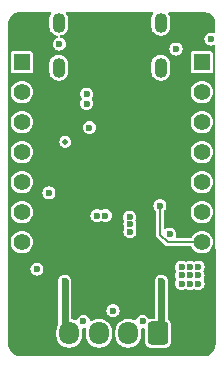
<source format=gbr>
%TF.GenerationSoftware,KiCad,Pcbnew,8.0.8*%
%TF.CreationDate,2025-03-31T18:12:56-07:00*%
%TF.ProjectId,stoplight,73746f70-6c69-4676-9874-2e6b69636164,0.1*%
%TF.SameCoordinates,Original*%
%TF.FileFunction,Copper,L2,Inr*%
%TF.FilePolarity,Positive*%
%FSLAX46Y46*%
G04 Gerber Fmt 4.6, Leading zero omitted, Abs format (unit mm)*
G04 Created by KiCad (PCBNEW 8.0.8) date 2025-03-31 18:12:56*
%MOMM*%
%LPD*%
G01*
G04 APERTURE LIST*
G04 Aperture macros list*
%AMRoundRect*
0 Rectangle with rounded corners*
0 $1 Rounding radius*
0 $2 $3 $4 $5 $6 $7 $8 $9 X,Y pos of 4 corners*
0 Add a 4 corners polygon primitive as box body*
4,1,4,$2,$3,$4,$5,$6,$7,$8,$9,$2,$3,0*
0 Add four circle primitives for the rounded corners*
1,1,$1+$1,$2,$3*
1,1,$1+$1,$4,$5*
1,1,$1+$1,$6,$7*
1,1,$1+$1,$8,$9*
0 Add four rect primitives between the rounded corners*
20,1,$1+$1,$2,$3,$4,$5,0*
20,1,$1+$1,$4,$5,$6,$7,0*
20,1,$1+$1,$6,$7,$8,$9,0*
20,1,$1+$1,$8,$9,$2,$3,0*%
G04 Aperture macros list end*
%TA.AperFunction,ComponentPad*%
%ADD10RoundRect,0.250000X0.600000X0.725000X-0.600000X0.725000X-0.600000X-0.725000X0.600000X-0.725000X0*%
%TD*%
%TA.AperFunction,ComponentPad*%
%ADD11O,1.700000X1.950000*%
%TD*%
%TA.AperFunction,ComponentPad*%
%ADD12R,1.400000X1.400000*%
%TD*%
%TA.AperFunction,ComponentPad*%
%ADD13C,1.400000*%
%TD*%
%TA.AperFunction,ComponentPad*%
%ADD14O,1.100000X1.700000*%
%TD*%
%TA.AperFunction,ViaPad*%
%ADD15C,0.600000*%
%TD*%
%TA.AperFunction,ViaPad*%
%ADD16C,0.500000*%
%TD*%
%TA.AperFunction,Conductor*%
%ADD17C,0.200000*%
%TD*%
%TA.AperFunction,Conductor*%
%ADD18C,0.600000*%
%TD*%
%TA.AperFunction,Conductor*%
%ADD19C,0.500000*%
%TD*%
G04 APERTURE END LIST*
D10*
%TO.N,/A2*%
%TO.C,J1*%
X154000000Y-94300000D03*
D11*
%TO.N,/A1*%
X151500000Y-94300000D03*
%TO.N,/B1*%
X149000000Y-94300000D03*
%TO.N,/B2*%
X146500000Y-94300000D03*
%TD*%
D12*
%TO.N,/LED*%
%TO.C,H1*%
X142484800Y-71348982D03*
D13*
%TO.N,/INDEX*%
X142484800Y-73888982D03*
%TO.N,/DIAG*%
X142484800Y-76428982D03*
%TO.N,unconnected-(H1-Pad4)*%
X142484800Y-78968982D03*
%TO.N,/SDA*%
X142484800Y-81508982D03*
%TO.N,/SCL*%
X142484800Y-84048982D03*
%TO.N,Net-(H1-Pad7)*%
X142484800Y-86588982D03*
%TD*%
D12*
%TO.N,+5V*%
%TO.C,H2*%
X157724800Y-71348982D03*
D13*
%TO.N,GND*%
X157724800Y-73888982D03*
%TO.N,+3V3*%
X157724800Y-76428982D03*
%TO.N,/1-WIRE*%
X157724800Y-78968982D03*
%TO.N,/TACH*%
X157724800Y-81508982D03*
%TO.N,/PWM*%
X157724800Y-84048982D03*
%TO.N,/UART*%
X157724800Y-86588982D03*
%TD*%
D14*
%TO.N,GND*%
%TO.C,USB1*%
X154240000Y-71810000D03*
X154240000Y-68000000D03*
X145600000Y-71810000D03*
X145600000Y-68000000D03*
%TD*%
D15*
%TO.N,+3V3*%
X157400000Y-89400000D03*
X156000000Y-89400000D03*
X144771624Y-82417200D03*
X145659800Y-69813800D03*
X156708800Y-89400000D03*
X154988869Y-85906075D03*
X156000000Y-90100000D03*
X157400000Y-88700000D03*
X156010000Y-88701200D03*
X158500000Y-69400000D03*
X156708800Y-90101200D03*
X157400000Y-90100000D03*
X156708800Y-88701200D03*
%TO.N,VM*%
X153242473Y-89904461D03*
X156800000Y-94900000D03*
X147234613Y-76040153D03*
X155946800Y-82524982D03*
X146625617Y-76040153D03*
X146907600Y-78068800D03*
X144100000Y-94600000D03*
X146294800Y-79846800D03*
X147666400Y-77800000D03*
X152760639Y-81924982D03*
X152800000Y-81150000D03*
X147100000Y-89900000D03*
X147666400Y-78450000D03*
%TO.N,/SCL*%
X147971200Y-74855603D03*
%TO.N,/INDEX*%
X148200000Y-76900000D03*
D16*
%TO.N,/DIAG*%
X146158325Y-78101838D03*
D15*
%TO.N,/SDA*%
X147971200Y-74055600D03*
%TO.N,/1-WIRE*%
X155530222Y-70241560D03*
%TO.N,/UART*%
X154168780Y-83492983D03*
X143754800Y-88874982D03*
%TO.N,/A2*%
X154300000Y-89900000D03*
%TO.N,/B2*%
X146100000Y-89900000D03*
%TO.N,GND*%
X151628800Y-85688800D03*
X150200000Y-92400000D03*
X151613725Y-84454177D03*
X152700000Y-93300000D03*
X147700000Y-93300000D03*
X148850000Y-84350000D03*
X149550000Y-84350000D03*
X151628800Y-85064982D03*
%TD*%
D17*
%TO.N,/UART*%
X154814982Y-86588982D02*
X157724800Y-86588982D01*
X154168780Y-85942780D02*
X154814982Y-86588982D01*
X154168780Y-83492983D02*
X154168780Y-85942780D01*
D18*
%TO.N,/B2*%
X146100000Y-89900000D02*
X146100000Y-93600000D01*
D19*
X146100000Y-93600000D02*
X146581982Y-94081982D01*
D18*
%TO.N,/A2*%
X154300000Y-89900000D02*
X154300000Y-93700000D01*
D19*
X154300000Y-93700000D02*
X154000000Y-94000000D01*
%TD*%
%TA.AperFunction,Conductor*%
%TO.N,VM*%
G36*
X144921076Y-67104020D02*
G01*
X144957040Y-67153520D01*
X144957040Y-67214706D01*
X144945200Y-67239115D01*
X144890609Y-67320813D01*
X144890603Y-67320825D01*
X144830263Y-67466501D01*
X144830263Y-67466503D01*
X144799500Y-67621155D01*
X144799500Y-68378844D01*
X144830263Y-68533496D01*
X144830263Y-68533498D01*
X144890603Y-68679174D01*
X144890609Y-68679185D01*
X144943312Y-68758059D01*
X144978211Y-68810289D01*
X145089711Y-68921789D01*
X145167876Y-68974017D01*
X145220814Y-69009390D01*
X145220825Y-69009396D01*
X145274638Y-69031685D01*
X145366503Y-69069737D01*
X145486283Y-69093563D01*
X145539666Y-69123459D01*
X145565282Y-69179024D01*
X145553345Y-69239033D01*
X145508416Y-69280566D01*
X145504854Y-69282124D01*
X145382175Y-69332938D01*
X145382174Y-69332939D01*
X145267181Y-69421177D01*
X145267177Y-69421181D01*
X145178939Y-69536174D01*
X145178937Y-69536178D01*
X145123470Y-69670090D01*
X145123469Y-69670091D01*
X145104550Y-69813799D01*
X145104550Y-69813800D01*
X145123469Y-69957508D01*
X145123470Y-69957509D01*
X145133053Y-69980646D01*
X145178939Y-70091425D01*
X145267179Y-70206421D01*
X145382175Y-70294661D01*
X145516091Y-70350130D01*
X145659800Y-70369050D01*
X145803509Y-70350130D01*
X145937425Y-70294661D01*
X146006629Y-70241559D01*
X154974972Y-70241559D01*
X154974972Y-70241560D01*
X154993891Y-70385268D01*
X154993892Y-70385269D01*
X155028317Y-70468381D01*
X155049361Y-70519185D01*
X155137601Y-70634181D01*
X155252597Y-70722421D01*
X155386513Y-70777890D01*
X155530222Y-70796810D01*
X155673931Y-70777890D01*
X155807847Y-70722421D01*
X155922843Y-70634181D01*
X155930418Y-70624309D01*
X156774300Y-70624309D01*
X156774300Y-72073654D01*
X156774301Y-72073666D01*
X156788833Y-72146718D01*
X156788835Y-72146724D01*
X156844197Y-72229581D01*
X156844199Y-72229583D01*
X156927060Y-72284948D01*
X156982608Y-72295997D01*
X157000115Y-72299480D01*
X157000120Y-72299480D01*
X157000126Y-72299482D01*
X157000127Y-72299482D01*
X158449473Y-72299482D01*
X158449474Y-72299482D01*
X158522540Y-72284948D01*
X158605401Y-72229583D01*
X158660766Y-72146722D01*
X158675300Y-72073656D01*
X158675300Y-70624308D01*
X158660766Y-70551242D01*
X158605401Y-70468381D01*
X158605399Y-70468379D01*
X158522542Y-70413017D01*
X158522540Y-70413016D01*
X158522537Y-70413015D01*
X158522536Y-70413015D01*
X158449484Y-70398483D01*
X158449474Y-70398482D01*
X157000126Y-70398482D01*
X157000125Y-70398482D01*
X157000115Y-70398483D01*
X156927063Y-70413015D01*
X156927057Y-70413017D01*
X156844200Y-70468379D01*
X156844197Y-70468382D01*
X156788835Y-70551239D01*
X156788833Y-70551245D01*
X156774301Y-70624297D01*
X156774300Y-70624309D01*
X155930418Y-70624309D01*
X156011083Y-70519185D01*
X156066552Y-70385269D01*
X156085472Y-70241560D01*
X156066552Y-70097851D01*
X156011083Y-69963935D01*
X155922843Y-69848939D01*
X155807847Y-69760699D01*
X155807843Y-69760697D01*
X155673931Y-69705230D01*
X155673930Y-69705229D01*
X155530222Y-69686310D01*
X155386513Y-69705229D01*
X155386512Y-69705230D01*
X155252600Y-69760697D01*
X155252596Y-69760699D01*
X155137603Y-69848937D01*
X155137599Y-69848941D01*
X155049361Y-69963934D01*
X155049359Y-69963938D01*
X154993892Y-70097850D01*
X154993891Y-70097851D01*
X154974972Y-70241559D01*
X146006629Y-70241559D01*
X146052421Y-70206421D01*
X146140661Y-70091425D01*
X146196130Y-69957509D01*
X146215050Y-69813800D01*
X146196130Y-69670091D01*
X146140661Y-69536175D01*
X146052421Y-69421179D01*
X145937425Y-69332939D01*
X145937423Y-69332938D01*
X145937421Y-69332937D01*
X145803509Y-69277470D01*
X145803510Y-69277470D01*
X145787636Y-69275380D01*
X145732412Y-69249036D01*
X145703219Y-69195265D01*
X145711208Y-69134603D01*
X145753327Y-69090222D01*
X145781243Y-69080130D01*
X145833497Y-69069737D01*
X145979179Y-69009394D01*
X146110289Y-68921789D01*
X146221789Y-68810289D01*
X146309394Y-68679179D01*
X146369737Y-68533497D01*
X146400500Y-68378842D01*
X146400500Y-67621158D01*
X146369737Y-67466503D01*
X146349622Y-67417942D01*
X146309396Y-67320825D01*
X146309390Y-67320813D01*
X146254800Y-67239115D01*
X146238191Y-67180227D01*
X146259368Y-67122823D01*
X146310242Y-67088830D01*
X146337115Y-67085113D01*
X153502885Y-67085113D01*
X153561076Y-67104020D01*
X153597040Y-67153520D01*
X153597040Y-67214706D01*
X153585200Y-67239115D01*
X153530609Y-67320813D01*
X153530603Y-67320825D01*
X153470263Y-67466501D01*
X153470263Y-67466503D01*
X153439500Y-67621155D01*
X153439500Y-68378844D01*
X153470263Y-68533496D01*
X153470263Y-68533498D01*
X153530603Y-68679174D01*
X153530609Y-68679185D01*
X153583312Y-68758059D01*
X153618211Y-68810289D01*
X153729711Y-68921789D01*
X153807876Y-68974017D01*
X153860814Y-69009390D01*
X153860825Y-69009396D01*
X153914638Y-69031685D01*
X154006503Y-69069737D01*
X154161158Y-69100500D01*
X154161159Y-69100500D01*
X154318841Y-69100500D01*
X154318842Y-69100500D01*
X154473497Y-69069737D01*
X154619179Y-69009394D01*
X154750289Y-68921789D01*
X154861789Y-68810289D01*
X154949394Y-68679179D01*
X155009737Y-68533497D01*
X155040500Y-68378842D01*
X155040500Y-67621158D01*
X155009737Y-67466503D01*
X154989622Y-67417942D01*
X154949396Y-67320825D01*
X154949390Y-67320813D01*
X154894800Y-67239115D01*
X154878191Y-67180227D01*
X154899368Y-67122823D01*
X154950242Y-67088830D01*
X154977115Y-67085113D01*
X157785908Y-67085113D01*
X157847481Y-67085113D01*
X157856109Y-67085490D01*
X158020903Y-67099907D01*
X158037883Y-67102900D01*
X158193496Y-67144597D01*
X158209702Y-67150496D01*
X158355699Y-67218577D01*
X158370637Y-67227201D01*
X158370715Y-67227256D01*
X158502592Y-67319597D01*
X158515812Y-67330690D01*
X158629715Y-67444594D01*
X158640807Y-67457813D01*
X158733199Y-67589764D01*
X158741828Y-67604709D01*
X158809906Y-67750704D01*
X158815808Y-67766921D01*
X158857497Y-67922516D01*
X158860493Y-67939510D01*
X158874922Y-68104448D01*
X158875299Y-68113076D01*
X158875299Y-68180673D01*
X158875313Y-68180896D01*
X158875436Y-68811471D01*
X158856540Y-68869665D01*
X158807047Y-68905639D01*
X158745862Y-68905651D01*
X158738551Y-68902954D01*
X158643709Y-68863670D01*
X158643708Y-68863669D01*
X158500000Y-68844750D01*
X158356291Y-68863669D01*
X158356290Y-68863670D01*
X158222378Y-68919137D01*
X158222374Y-68919139D01*
X158107381Y-69007377D01*
X158107377Y-69007381D01*
X158019139Y-69122374D01*
X158019137Y-69122378D01*
X157963670Y-69256290D01*
X157963669Y-69256291D01*
X157944750Y-69399999D01*
X157944750Y-69400000D01*
X157963669Y-69543708D01*
X157963670Y-69543709D01*
X158019139Y-69677625D01*
X158107379Y-69792621D01*
X158222375Y-69880861D01*
X158356291Y-69936330D01*
X158500000Y-69955250D01*
X158643709Y-69936330D01*
X158738782Y-69896949D01*
X158799776Y-69892149D01*
X158851945Y-69924119D01*
X158875360Y-69980646D01*
X158875665Y-69988395D01*
X158876421Y-73869097D01*
X158870561Y-73887142D01*
X158876429Y-73908749D01*
X158876917Y-76414131D01*
X158872542Y-76427603D01*
X158876923Y-76443735D01*
X158877413Y-78959165D01*
X158874522Y-78968066D01*
X158877416Y-78978721D01*
X158880580Y-95218063D01*
X158880203Y-95226708D01*
X158865711Y-95392395D01*
X158862715Y-95409391D01*
X158820785Y-95565883D01*
X158814883Y-95582099D01*
X158746418Y-95728928D01*
X158737790Y-95743873D01*
X158644867Y-95876584D01*
X158633774Y-95889804D01*
X158519221Y-96004360D01*
X158506002Y-96015453D01*
X158373289Y-96108381D01*
X158358344Y-96117009D01*
X158211521Y-96185475D01*
X158195304Y-96191378D01*
X158038810Y-96233311D01*
X158021816Y-96236307D01*
X157856463Y-96250774D01*
X157847834Y-96251151D01*
X142456439Y-96251151D01*
X142430818Y-96247778D01*
X142423694Y-96245869D01*
X142423692Y-96245869D01*
X142362119Y-96245869D01*
X142353491Y-96245492D01*
X142248506Y-96236307D01*
X142188705Y-96231075D01*
X142171711Y-96228079D01*
X142016113Y-96186386D01*
X141999896Y-96180483D01*
X141853907Y-96112406D01*
X141838965Y-96103780D01*
X141707008Y-96011380D01*
X141693796Y-96000293D01*
X141579890Y-95886384D01*
X141568802Y-95873169D01*
X141476410Y-95741214D01*
X141467782Y-95726270D01*
X141399708Y-95580281D01*
X141393806Y-95564064D01*
X141383473Y-95525498D01*
X141352117Y-95408467D01*
X141349122Y-95391475D01*
X141334677Y-95226327D01*
X141334300Y-95217698D01*
X141334302Y-95156487D01*
X141334300Y-95156482D01*
X141334301Y-95150435D01*
X141334300Y-95150401D01*
X141334300Y-94088385D01*
X145399500Y-94088385D01*
X145399500Y-94511614D01*
X145426597Y-94682702D01*
X145426598Y-94682706D01*
X145480123Y-94847438D01*
X145480125Y-94847441D01*
X145480126Y-94847444D01*
X145480127Y-94847445D01*
X145558768Y-95001788D01*
X145660586Y-95141928D01*
X145783072Y-95264414D01*
X145923212Y-95366232D01*
X146077555Y-95444873D01*
X146077557Y-95444873D01*
X146077558Y-95444874D01*
X146077561Y-95444876D01*
X146242293Y-95498401D01*
X146242297Y-95498402D01*
X146413386Y-95525500D01*
X146413389Y-95525500D01*
X146586614Y-95525500D01*
X146757702Y-95498402D01*
X146757706Y-95498401D01*
X146922438Y-95444876D01*
X146922440Y-95444874D01*
X146922445Y-95444873D01*
X147076788Y-95366232D01*
X147216928Y-95264414D01*
X147339414Y-95141928D01*
X147441232Y-95001788D01*
X147519873Y-94847445D01*
X147519874Y-94847440D01*
X147519876Y-94847438D01*
X147573401Y-94682706D01*
X147573402Y-94682702D01*
X147600500Y-94511614D01*
X147600500Y-94088385D01*
X147581409Y-93967851D01*
X147590980Y-93907419D01*
X147634245Y-93864154D01*
X147692112Y-93854211D01*
X147700000Y-93855250D01*
X147810018Y-93840765D01*
X147870177Y-93851915D01*
X147912295Y-93896297D01*
X147920720Y-93954405D01*
X147899500Y-94088385D01*
X147899500Y-94511614D01*
X147926597Y-94682702D01*
X147926598Y-94682706D01*
X147980123Y-94847438D01*
X147980125Y-94847441D01*
X147980126Y-94847444D01*
X147980127Y-94847445D01*
X148058768Y-95001788D01*
X148160586Y-95141928D01*
X148283072Y-95264414D01*
X148423212Y-95366232D01*
X148577555Y-95444873D01*
X148577557Y-95444873D01*
X148577558Y-95444874D01*
X148577561Y-95444876D01*
X148742293Y-95498401D01*
X148742297Y-95498402D01*
X148913386Y-95525500D01*
X148913389Y-95525500D01*
X149086614Y-95525500D01*
X149257702Y-95498402D01*
X149257706Y-95498401D01*
X149422438Y-95444876D01*
X149422440Y-95444874D01*
X149422445Y-95444873D01*
X149576788Y-95366232D01*
X149716928Y-95264414D01*
X149839414Y-95141928D01*
X149941232Y-95001788D01*
X150019873Y-94847445D01*
X150019874Y-94847440D01*
X150019876Y-94847438D01*
X150073401Y-94682706D01*
X150073402Y-94682702D01*
X150100500Y-94511614D01*
X150100500Y-94088385D01*
X150399500Y-94088385D01*
X150399500Y-94511614D01*
X150426597Y-94682702D01*
X150426598Y-94682706D01*
X150480123Y-94847438D01*
X150480125Y-94847441D01*
X150480126Y-94847444D01*
X150480127Y-94847445D01*
X150558768Y-95001788D01*
X150660586Y-95141928D01*
X150783072Y-95264414D01*
X150923212Y-95366232D01*
X151077555Y-95444873D01*
X151077557Y-95444873D01*
X151077558Y-95444874D01*
X151077561Y-95444876D01*
X151242293Y-95498401D01*
X151242297Y-95498402D01*
X151413386Y-95525500D01*
X151413389Y-95525500D01*
X151586614Y-95525500D01*
X151757702Y-95498402D01*
X151757706Y-95498401D01*
X151922438Y-95444876D01*
X151922440Y-95444874D01*
X151922445Y-95444873D01*
X152076788Y-95366232D01*
X152216928Y-95264414D01*
X152339414Y-95141928D01*
X152441232Y-95001788D01*
X152519873Y-94847445D01*
X152519874Y-94847440D01*
X152519876Y-94847438D01*
X152573401Y-94682706D01*
X152573402Y-94682702D01*
X152600500Y-94511614D01*
X152600500Y-94088385D01*
X152581409Y-93967851D01*
X152590980Y-93907419D01*
X152634245Y-93864154D01*
X152692112Y-93854211D01*
X152700000Y-93855250D01*
X152787580Y-93843719D01*
X152847738Y-93854869D01*
X152889855Y-93899250D01*
X152899500Y-93941872D01*
X152899500Y-95072866D01*
X152899501Y-95072870D01*
X152905908Y-95132480D01*
X152905909Y-95132485D01*
X152956202Y-95267329D01*
X153030241Y-95366232D01*
X153042454Y-95382546D01*
X153042457Y-95382548D01*
X153042458Y-95382549D01*
X153157670Y-95468797D01*
X153292511Y-95519089D01*
X153292512Y-95519089D01*
X153292517Y-95519091D01*
X153352127Y-95525500D01*
X154647872Y-95525499D01*
X154707483Y-95519091D01*
X154774907Y-95493943D01*
X154842329Y-95468797D01*
X154842329Y-95468796D01*
X154842331Y-95468796D01*
X154957546Y-95382546D01*
X155043796Y-95267331D01*
X155058948Y-95226708D01*
X155085141Y-95156479D01*
X155094091Y-95132483D01*
X155100500Y-95072873D01*
X155100499Y-93527128D01*
X155094091Y-93467517D01*
X155090568Y-93458072D01*
X155043797Y-93332670D01*
X154957549Y-93217458D01*
X154957548Y-93217457D01*
X154957546Y-93217454D01*
X154890170Y-93167016D01*
X154854918Y-93117007D01*
X154850500Y-93087763D01*
X154850500Y-89942567D01*
X154851347Y-89929644D01*
X154855250Y-89899999D01*
X154851347Y-89870353D01*
X154850500Y-89857431D01*
X154850500Y-89827525D01*
X154845876Y-89810270D01*
X154842755Y-89798623D01*
X154840231Y-89785929D01*
X154836330Y-89756291D01*
X154836329Y-89756288D01*
X154824887Y-89728666D01*
X154820725Y-89716408D01*
X154812984Y-89687515D01*
X154812983Y-89687513D01*
X154812982Y-89687510D01*
X154798035Y-89661623D01*
X154792306Y-89650007D01*
X154780861Y-89622375D01*
X154762650Y-89598641D01*
X154755464Y-89587888D01*
X154740509Y-89561985D01*
X154740507Y-89561983D01*
X154719359Y-89540834D01*
X154710822Y-89531099D01*
X154692620Y-89507378D01*
X154668895Y-89489173D01*
X154659159Y-89480635D01*
X154638015Y-89459491D01*
X154612114Y-89444536D01*
X154601350Y-89437343D01*
X154577626Y-89419139D01*
X154549994Y-89407693D01*
X154538385Y-89401968D01*
X154534974Y-89399999D01*
X155444750Y-89399999D01*
X155444750Y-89400000D01*
X155463669Y-89543708D01*
X155463670Y-89543709D01*
X155496253Y-89622374D01*
X155519139Y-89677625D01*
X155519141Y-89677627D01*
X155528431Y-89689735D01*
X155548853Y-89747412D01*
X155531473Y-89806077D01*
X155528431Y-89810265D01*
X155519139Y-89822375D01*
X155519137Y-89822378D01*
X155463670Y-89956290D01*
X155463669Y-89956291D01*
X155444750Y-90099999D01*
X155444750Y-90100000D01*
X155463669Y-90243708D01*
X155463670Y-90243709D01*
X155519139Y-90377625D01*
X155607379Y-90492621D01*
X155722375Y-90580861D01*
X155856291Y-90636330D01*
X156000000Y-90655250D01*
X156143709Y-90636330D01*
X156277625Y-90580861D01*
X156293350Y-90568794D01*
X156351025Y-90548370D01*
X156409691Y-90565747D01*
X156413886Y-90568795D01*
X156431169Y-90582057D01*
X156431171Y-90582058D01*
X156431175Y-90582061D01*
X156565091Y-90637530D01*
X156708800Y-90656450D01*
X156852509Y-90637530D01*
X156986425Y-90582061D01*
X156994910Y-90575549D01*
X157052582Y-90555122D01*
X157111249Y-90572495D01*
X157115444Y-90575542D01*
X157122375Y-90580861D01*
X157256291Y-90636330D01*
X157400000Y-90655250D01*
X157543709Y-90636330D01*
X157677625Y-90580861D01*
X157792621Y-90492621D01*
X157880861Y-90377625D01*
X157936330Y-90243709D01*
X157955250Y-90100000D01*
X157936330Y-89956291D01*
X157880861Y-89822375D01*
X157871571Y-89810269D01*
X157851146Y-89752594D01*
X157868522Y-89693928D01*
X157871565Y-89689739D01*
X157880861Y-89677625D01*
X157936330Y-89543709D01*
X157955250Y-89400000D01*
X157953540Y-89387015D01*
X157936330Y-89256291D01*
X157880861Y-89122375D01*
X157871571Y-89110269D01*
X157851146Y-89052594D01*
X157868522Y-88993928D01*
X157871572Y-88989730D01*
X157880859Y-88977627D01*
X157880861Y-88977625D01*
X157936330Y-88843709D01*
X157955250Y-88700000D01*
X157936330Y-88556291D01*
X157880861Y-88422375D01*
X157792621Y-88307379D01*
X157677625Y-88219139D01*
X157677621Y-88219137D01*
X157543709Y-88163670D01*
X157543708Y-88163669D01*
X157400000Y-88144750D01*
X157256291Y-88163669D01*
X157256290Y-88163670D01*
X157122378Y-88219137D01*
X157122370Y-88219141D01*
X157113882Y-88225655D01*
X157056206Y-88246077D01*
X156997541Y-88228697D01*
X156993354Y-88225655D01*
X156986429Y-88220341D01*
X156986421Y-88220337D01*
X156852509Y-88164870D01*
X156852508Y-88164869D01*
X156708800Y-88145950D01*
X156565091Y-88164869D01*
X156565090Y-88164870D01*
X156431178Y-88220337D01*
X156431174Y-88220339D01*
X156419666Y-88229170D01*
X156361989Y-88249593D01*
X156303324Y-88232214D01*
X156299134Y-88229170D01*
X156287625Y-88220339D01*
X156287621Y-88220337D01*
X156153709Y-88164870D01*
X156153708Y-88164869D01*
X156010000Y-88145950D01*
X155866291Y-88164869D01*
X155866290Y-88164870D01*
X155732378Y-88220337D01*
X155732374Y-88220339D01*
X155617381Y-88308577D01*
X155617377Y-88308581D01*
X155529139Y-88423574D01*
X155529137Y-88423578D01*
X155473670Y-88557490D01*
X155473669Y-88557491D01*
X155454750Y-88701199D01*
X155454750Y-88701200D01*
X155473669Y-88844908D01*
X155473670Y-88844909D01*
X155529137Y-88978821D01*
X155529139Y-88978825D01*
X155532969Y-88983816D01*
X155553393Y-89041492D01*
X155536016Y-89100158D01*
X155532970Y-89104350D01*
X155519139Y-89122374D01*
X155519137Y-89122378D01*
X155463670Y-89256290D01*
X155463669Y-89256291D01*
X155444750Y-89399999D01*
X154534974Y-89399999D01*
X154512487Y-89387017D01*
X154512486Y-89387016D01*
X154512485Y-89387016D01*
X154483586Y-89379272D01*
X154471335Y-89375113D01*
X154443709Y-89363670D01*
X154443707Y-89363669D01*
X154443705Y-89363669D01*
X154414064Y-89359767D01*
X154401365Y-89357241D01*
X154396144Y-89355842D01*
X154372475Y-89349500D01*
X154372474Y-89349500D01*
X154342568Y-89349500D01*
X154329646Y-89348653D01*
X154300000Y-89344750D01*
X154270354Y-89348653D01*
X154257432Y-89349500D01*
X154227525Y-89349500D01*
X154220815Y-89351297D01*
X154198631Y-89357241D01*
X154185938Y-89359766D01*
X154156290Y-89363670D01*
X154156284Y-89363672D01*
X154128656Y-89375115D01*
X154116398Y-89379276D01*
X154087517Y-89387015D01*
X154087512Y-89387017D01*
X154061622Y-89401964D01*
X154050014Y-89407689D01*
X154022374Y-89419138D01*
X153998641Y-89437348D01*
X153987885Y-89444535D01*
X153961985Y-89459490D01*
X153940840Y-89480635D01*
X153931108Y-89489170D01*
X153907382Y-89507376D01*
X153907376Y-89507382D01*
X153889170Y-89531108D01*
X153880635Y-89540840D01*
X153859490Y-89561985D01*
X153844535Y-89587885D01*
X153837348Y-89598641D01*
X153819138Y-89622374D01*
X153807689Y-89650014D01*
X153801964Y-89661622D01*
X153787017Y-89687512D01*
X153787015Y-89687517D01*
X153779276Y-89716398D01*
X153775115Y-89728656D01*
X153763672Y-89756284D01*
X153763670Y-89756290D01*
X153759766Y-89785938D01*
X153757241Y-89798631D01*
X153749501Y-89827521D01*
X153749500Y-89827525D01*
X153749500Y-89857431D01*
X153748653Y-89870353D01*
X153744750Y-89899999D01*
X153748653Y-89929644D01*
X153749500Y-89942567D01*
X153749500Y-92975500D01*
X153730593Y-93033691D01*
X153681093Y-93069655D01*
X153650500Y-93074500D01*
X153352133Y-93074500D01*
X153352129Y-93074500D01*
X153352128Y-93074501D01*
X153292517Y-93080909D01*
X153286359Y-93081571D01*
X153286150Y-93079633D01*
X153233888Y-93075320D01*
X153187514Y-93035406D01*
X153181237Y-93023027D01*
X153180860Y-93022374D01*
X153144892Y-92975500D01*
X153092621Y-92907379D01*
X152977625Y-92819139D01*
X152977621Y-92819137D01*
X152843709Y-92763670D01*
X152843708Y-92763669D01*
X152700000Y-92744750D01*
X152556291Y-92763669D01*
X152556290Y-92763670D01*
X152422378Y-92819137D01*
X152422374Y-92819139D01*
X152307381Y-92907377D01*
X152307377Y-92907381D01*
X152219139Y-93022374D01*
X152219137Y-93022378D01*
X152163014Y-93157874D01*
X152123278Y-93204400D01*
X152063783Y-93218684D01*
X152026606Y-93208199D01*
X151922445Y-93155127D01*
X151922444Y-93155126D01*
X151922441Y-93155125D01*
X151922438Y-93155123D01*
X151757706Y-93101598D01*
X151757702Y-93101597D01*
X151586614Y-93074500D01*
X151586611Y-93074500D01*
X151413389Y-93074500D01*
X151413386Y-93074500D01*
X151242297Y-93101597D01*
X151242293Y-93101598D01*
X151077561Y-93155123D01*
X151077558Y-93155125D01*
X150923214Y-93233766D01*
X150783073Y-93335585D01*
X150660585Y-93458073D01*
X150558766Y-93598214D01*
X150480125Y-93752558D01*
X150480123Y-93752561D01*
X150426598Y-93917293D01*
X150426597Y-93917297D01*
X150399500Y-94088385D01*
X150100500Y-94088385D01*
X150073402Y-93917297D01*
X150073401Y-93917293D01*
X150019876Y-93752561D01*
X150019874Y-93752558D01*
X150019873Y-93752557D01*
X150019873Y-93752555D01*
X149941232Y-93598212D01*
X149839414Y-93458072D01*
X149716928Y-93335586D01*
X149576788Y-93233768D01*
X149576787Y-93233767D01*
X149576785Y-93233766D01*
X149424729Y-93156291D01*
X149422445Y-93155127D01*
X149422444Y-93155126D01*
X149422441Y-93155125D01*
X149422438Y-93155123D01*
X149257706Y-93101598D01*
X149257702Y-93101597D01*
X149086614Y-93074500D01*
X149086611Y-93074500D01*
X148913389Y-93074500D01*
X148913386Y-93074500D01*
X148742297Y-93101597D01*
X148742293Y-93101598D01*
X148577561Y-93155123D01*
X148577558Y-93155125D01*
X148423212Y-93233767D01*
X148423208Y-93233769D01*
X148396577Y-93253119D01*
X148338387Y-93272026D01*
X148280196Y-93253118D01*
X148244232Y-93203618D01*
X148240234Y-93185947D01*
X148236330Y-93156292D01*
X148236330Y-93156291D01*
X148180861Y-93022375D01*
X148092621Y-92907379D01*
X147977625Y-92819139D01*
X147977621Y-92819137D01*
X147843709Y-92763670D01*
X147843708Y-92763669D01*
X147700000Y-92744750D01*
X147556291Y-92763669D01*
X147556290Y-92763670D01*
X147422378Y-92819137D01*
X147422374Y-92819139D01*
X147307381Y-92907377D01*
X147307377Y-92907381D01*
X147219139Y-93022374D01*
X147219137Y-93022378D01*
X147163014Y-93157874D01*
X147123278Y-93204400D01*
X147063783Y-93218684D01*
X147026606Y-93208199D01*
X146922445Y-93155127D01*
X146922444Y-93155126D01*
X146922441Y-93155125D01*
X146922438Y-93155123D01*
X146757705Y-93101598D01*
X146734011Y-93097845D01*
X146679495Y-93070066D01*
X146651718Y-93015549D01*
X146650500Y-93000064D01*
X146650500Y-92399999D01*
X149644750Y-92399999D01*
X149644750Y-92400000D01*
X149663669Y-92543708D01*
X149663670Y-92543709D01*
X149719139Y-92677625D01*
X149807379Y-92792621D01*
X149922375Y-92880861D01*
X150056291Y-92936330D01*
X150200000Y-92955250D01*
X150343709Y-92936330D01*
X150477625Y-92880861D01*
X150592621Y-92792621D01*
X150680861Y-92677625D01*
X150736330Y-92543709D01*
X150755250Y-92400000D01*
X150736330Y-92256291D01*
X150680861Y-92122375D01*
X150592621Y-92007379D01*
X150477625Y-91919139D01*
X150477621Y-91919137D01*
X150343709Y-91863670D01*
X150343708Y-91863669D01*
X150200000Y-91844750D01*
X150056291Y-91863669D01*
X150056290Y-91863670D01*
X149922378Y-91919137D01*
X149922374Y-91919139D01*
X149807381Y-92007377D01*
X149807377Y-92007381D01*
X149719139Y-92122374D01*
X149719137Y-92122378D01*
X149663670Y-92256290D01*
X149663669Y-92256291D01*
X149644750Y-92399999D01*
X146650500Y-92399999D01*
X146650500Y-89942567D01*
X146651347Y-89929644D01*
X146655250Y-89899999D01*
X146651347Y-89870353D01*
X146650500Y-89857431D01*
X146650500Y-89827525D01*
X146645876Y-89810270D01*
X146642755Y-89798623D01*
X146640231Y-89785929D01*
X146636330Y-89756291D01*
X146636329Y-89756288D01*
X146624887Y-89728666D01*
X146620725Y-89716408D01*
X146612984Y-89687515D01*
X146612983Y-89687513D01*
X146612982Y-89687510D01*
X146598035Y-89661623D01*
X146592306Y-89650007D01*
X146580861Y-89622375D01*
X146562650Y-89598641D01*
X146555464Y-89587888D01*
X146540509Y-89561985D01*
X146540507Y-89561983D01*
X146519359Y-89540834D01*
X146510822Y-89531099D01*
X146492620Y-89507378D01*
X146468895Y-89489173D01*
X146459159Y-89480635D01*
X146438015Y-89459491D01*
X146412114Y-89444536D01*
X146401350Y-89437343D01*
X146377626Y-89419139D01*
X146349994Y-89407693D01*
X146338385Y-89401968D01*
X146312487Y-89387017D01*
X146312486Y-89387016D01*
X146312485Y-89387016D01*
X146283586Y-89379272D01*
X146271335Y-89375113D01*
X146243709Y-89363670D01*
X146243707Y-89363669D01*
X146243705Y-89363669D01*
X146214064Y-89359767D01*
X146201365Y-89357241D01*
X146196144Y-89355842D01*
X146172475Y-89349500D01*
X146172474Y-89349500D01*
X146142568Y-89349500D01*
X146129646Y-89348653D01*
X146100000Y-89344750D01*
X146070354Y-89348653D01*
X146057432Y-89349500D01*
X146027525Y-89349500D01*
X146020815Y-89351297D01*
X145998631Y-89357241D01*
X145985938Y-89359766D01*
X145956290Y-89363670D01*
X145956284Y-89363672D01*
X145928656Y-89375115D01*
X145916398Y-89379276D01*
X145887517Y-89387015D01*
X145887512Y-89387017D01*
X145861622Y-89401964D01*
X145850014Y-89407689D01*
X145822374Y-89419138D01*
X145798641Y-89437348D01*
X145787885Y-89444535D01*
X145761985Y-89459490D01*
X145740840Y-89480635D01*
X145731108Y-89489170D01*
X145707382Y-89507376D01*
X145707376Y-89507382D01*
X145689170Y-89531108D01*
X145680635Y-89540840D01*
X145659490Y-89561985D01*
X145644535Y-89587885D01*
X145637348Y-89598641D01*
X145619138Y-89622374D01*
X145607689Y-89650014D01*
X145601964Y-89661622D01*
X145587017Y-89687512D01*
X145587015Y-89687517D01*
X145579276Y-89716398D01*
X145575115Y-89728656D01*
X145563672Y-89756284D01*
X145563670Y-89756290D01*
X145559766Y-89785938D01*
X145557241Y-89798631D01*
X145549501Y-89827521D01*
X145549500Y-89827525D01*
X145549500Y-89857431D01*
X145548653Y-89870353D01*
X145544750Y-89899999D01*
X145548653Y-89929644D01*
X145549500Y-89942567D01*
X145549500Y-93592632D01*
X145538710Y-93637576D01*
X145480127Y-93752552D01*
X145480123Y-93752561D01*
X145426598Y-93917293D01*
X145426597Y-93917297D01*
X145399500Y-94088385D01*
X141334300Y-94088385D01*
X141334300Y-88874981D01*
X143199550Y-88874981D01*
X143199550Y-88874982D01*
X143218469Y-89018690D01*
X143218470Y-89018691D01*
X143261416Y-89122375D01*
X143273939Y-89152607D01*
X143362179Y-89267603D01*
X143477175Y-89355843D01*
X143611091Y-89411312D01*
X143754800Y-89430232D01*
X143898509Y-89411312D01*
X144032425Y-89355843D01*
X144147421Y-89267603D01*
X144235661Y-89152607D01*
X144291130Y-89018691D01*
X144310050Y-88874982D01*
X144291130Y-88731273D01*
X144235661Y-88597357D01*
X144147421Y-88482361D01*
X144032425Y-88394121D01*
X144032421Y-88394119D01*
X143898509Y-88338652D01*
X143898508Y-88338651D01*
X143754800Y-88319732D01*
X143611091Y-88338651D01*
X143611090Y-88338652D01*
X143477178Y-88394119D01*
X143477174Y-88394121D01*
X143362181Y-88482359D01*
X143362177Y-88482363D01*
X143273939Y-88597356D01*
X143273937Y-88597360D01*
X143218470Y-88731272D01*
X143218469Y-88731273D01*
X143199550Y-88874981D01*
X141334300Y-88874981D01*
X141334300Y-86620234D01*
X141343544Y-86591782D01*
X141342374Y-86587471D01*
X141523058Y-86587471D01*
X141531823Y-86610531D01*
X141548051Y-86775307D01*
X141548052Y-86775310D01*
X141548053Y-86775313D01*
X141597853Y-86939482D01*
X141602405Y-86954486D01*
X141602406Y-86954488D01*
X141690659Y-87119599D01*
X141690662Y-87119604D01*
X141690664Y-87119607D01*
X141740195Y-87179960D01*
X141809438Y-87264334D01*
X141809447Y-87264343D01*
X141876945Y-87319737D01*
X141954175Y-87383118D01*
X142119299Y-87471378D01*
X142298469Y-87525729D01*
X142298471Y-87525729D01*
X142298474Y-87525730D01*
X142484796Y-87544081D01*
X142484800Y-87544081D01*
X142484804Y-87544081D01*
X142671125Y-87525730D01*
X142671126Y-87525729D01*
X142671131Y-87525729D01*
X142850301Y-87471378D01*
X143015425Y-87383118D01*
X143160157Y-87264339D01*
X143278936Y-87119607D01*
X143367196Y-86954483D01*
X143421547Y-86775313D01*
X143439624Y-86591782D01*
X143439899Y-86588986D01*
X143439899Y-86588977D01*
X143421548Y-86402656D01*
X143421547Y-86402653D01*
X143421547Y-86402651D01*
X143367196Y-86223481D01*
X143365108Y-86219575D01*
X143278940Y-86058364D01*
X143278938Y-86058362D01*
X143278936Y-86058357D01*
X143203486Y-85966421D01*
X143160161Y-85913629D01*
X143160152Y-85913620D01*
X143061316Y-85832508D01*
X143015425Y-85794846D01*
X143015422Y-85794844D01*
X143015417Y-85794841D01*
X142850306Y-85706588D01*
X142850304Y-85706587D01*
X142791665Y-85688799D01*
X142671131Y-85652235D01*
X142671128Y-85652234D01*
X142671125Y-85652233D01*
X142484804Y-85633883D01*
X142484796Y-85633883D01*
X142298474Y-85652233D01*
X142298471Y-85652234D01*
X142119295Y-85706587D01*
X142119293Y-85706588D01*
X141954182Y-85794841D01*
X141954176Y-85794845D01*
X141809447Y-85913620D01*
X141809438Y-85913629D01*
X141690663Y-86058358D01*
X141690659Y-86058364D01*
X141602406Y-86223475D01*
X141602405Y-86223477D01*
X141548052Y-86402653D01*
X141548051Y-86402655D01*
X141531823Y-86567433D01*
X141523058Y-86587471D01*
X141342374Y-86587471D01*
X141334300Y-86557729D01*
X141334300Y-84080234D01*
X141343544Y-84051782D01*
X141342374Y-84047471D01*
X141523058Y-84047471D01*
X141531823Y-84070531D01*
X141548051Y-84235307D01*
X141548052Y-84235310D01*
X141602405Y-84414486D01*
X141602406Y-84414488D01*
X141690659Y-84579599D01*
X141690662Y-84579604D01*
X141690664Y-84579607D01*
X141730068Y-84627621D01*
X141809438Y-84724334D01*
X141809447Y-84724343D01*
X141864352Y-84769402D01*
X141954175Y-84843118D01*
X141954180Y-84843120D01*
X141954182Y-84843122D01*
X142100399Y-84921276D01*
X142119299Y-84931378D01*
X142298469Y-84985729D01*
X142298471Y-84985729D01*
X142298474Y-84985730D01*
X142484796Y-85004081D01*
X142484800Y-85004081D01*
X142484804Y-85004081D01*
X142671125Y-84985730D01*
X142671126Y-84985729D01*
X142671131Y-84985729D01*
X142850301Y-84931378D01*
X143015425Y-84843118D01*
X143160157Y-84724339D01*
X143278936Y-84579607D01*
X143367196Y-84414483D01*
X143386757Y-84349999D01*
X148294750Y-84349999D01*
X148294750Y-84350000D01*
X148313669Y-84493708D01*
X148313670Y-84493709D01*
X148349249Y-84579607D01*
X148369139Y-84627625D01*
X148457379Y-84742621D01*
X148572375Y-84830861D01*
X148706291Y-84886330D01*
X148850000Y-84905250D01*
X148993709Y-84886330D01*
X149127625Y-84830861D01*
X149139730Y-84821571D01*
X149197406Y-84801146D01*
X149256072Y-84818522D01*
X149260260Y-84821565D01*
X149272375Y-84830861D01*
X149406291Y-84886330D01*
X149550000Y-84905250D01*
X149693709Y-84886330D01*
X149827625Y-84830861D01*
X149942621Y-84742621D01*
X150030861Y-84627625D01*
X150086330Y-84493709D01*
X150091535Y-84454176D01*
X151058475Y-84454176D01*
X151058475Y-84454177D01*
X151077394Y-84597885D01*
X151077395Y-84597886D01*
X151135347Y-84737797D01*
X151132941Y-84738793D01*
X151143349Y-84787796D01*
X151136358Y-84815315D01*
X151092471Y-84921272D01*
X151092469Y-84921276D01*
X151073550Y-85064981D01*
X151073550Y-85064982D01*
X151092469Y-85208690D01*
X151092470Y-85208691D01*
X151146447Y-85339006D01*
X151151247Y-85400003D01*
X151146447Y-85414776D01*
X151092470Y-85545090D01*
X151092469Y-85545091D01*
X151073550Y-85688799D01*
X151073550Y-85688800D01*
X151092469Y-85832508D01*
X151092470Y-85832509D01*
X151126070Y-85913629D01*
X151147939Y-85966425D01*
X151236179Y-86081421D01*
X151351175Y-86169661D01*
X151485091Y-86225130D01*
X151628800Y-86244050D01*
X151772509Y-86225130D01*
X151906425Y-86169661D01*
X152021421Y-86081421D01*
X152109661Y-85966425D01*
X152165130Y-85832509D01*
X152184050Y-85688800D01*
X152176104Y-85628449D01*
X152165130Y-85545091D01*
X152134278Y-85470607D01*
X152111153Y-85414776D01*
X152106353Y-85353779D01*
X152111153Y-85339006D01*
X152127622Y-85299243D01*
X152165130Y-85208691D01*
X152184050Y-85064982D01*
X152165130Y-84921273D01*
X152109661Y-84787357D01*
X152107178Y-84781362D01*
X152109586Y-84780364D01*
X152099173Y-84731380D01*
X152106165Y-84703846D01*
X152150055Y-84597886D01*
X152168975Y-84454177D01*
X152163749Y-84414486D01*
X152150055Y-84310468D01*
X152094586Y-84176552D01*
X152006346Y-84061556D01*
X151891350Y-83973316D01*
X151891346Y-83973314D01*
X151757434Y-83917847D01*
X151757433Y-83917846D01*
X151613725Y-83898927D01*
X151470016Y-83917846D01*
X151470015Y-83917847D01*
X151336103Y-83973314D01*
X151336099Y-83973316D01*
X151221106Y-84061554D01*
X151221102Y-84061558D01*
X151132864Y-84176551D01*
X151132862Y-84176555D01*
X151077395Y-84310467D01*
X151077394Y-84310468D01*
X151058475Y-84454176D01*
X150091535Y-84454176D01*
X150105250Y-84350000D01*
X150100045Y-84310468D01*
X150086330Y-84206291D01*
X150030861Y-84072375D01*
X149942621Y-83957379D01*
X149827625Y-83869139D01*
X149827621Y-83869137D01*
X149693709Y-83813670D01*
X149693708Y-83813669D01*
X149550000Y-83794750D01*
X149406291Y-83813669D01*
X149406290Y-83813670D01*
X149272378Y-83869137D01*
X149272375Y-83869139D01*
X149260265Y-83878431D01*
X149202588Y-83898853D01*
X149143923Y-83881473D01*
X149139735Y-83878431D01*
X149136487Y-83875939D01*
X149127625Y-83869139D01*
X149127622Y-83869137D01*
X149127621Y-83869137D01*
X148993709Y-83813670D01*
X148993708Y-83813669D01*
X148850000Y-83794750D01*
X148706291Y-83813669D01*
X148706290Y-83813670D01*
X148572378Y-83869137D01*
X148572374Y-83869139D01*
X148457381Y-83957377D01*
X148457377Y-83957381D01*
X148369139Y-84072374D01*
X148369137Y-84072378D01*
X148313670Y-84206290D01*
X148313669Y-84206291D01*
X148294750Y-84349999D01*
X143386757Y-84349999D01*
X143421547Y-84235313D01*
X143424406Y-84206291D01*
X143439899Y-84048986D01*
X143439899Y-84048977D01*
X143421548Y-83862656D01*
X143421547Y-83862653D01*
X143421547Y-83862651D01*
X143367196Y-83683481D01*
X143342187Y-83636692D01*
X143278940Y-83518364D01*
X143278938Y-83518362D01*
X143278936Y-83518357D01*
X143258111Y-83492982D01*
X153613530Y-83492982D01*
X153613530Y-83492983D01*
X153632449Y-83636691D01*
X153632450Y-83636692D01*
X153687919Y-83770608D01*
X153687921Y-83770611D01*
X153687922Y-83770612D01*
X153776155Y-83885600D01*
X153776157Y-83885601D01*
X153776159Y-83885604D01*
X153779543Y-83888200D01*
X153814201Y-83938621D01*
X153818280Y-83966745D01*
X153818280Y-85988924D01*
X153842166Y-86078068D01*
X153888310Y-86157992D01*
X154599770Y-86869452D01*
X154679694Y-86915596D01*
X154768838Y-86939482D01*
X154768839Y-86939482D01*
X154861126Y-86939482D01*
X156775047Y-86939482D01*
X156833238Y-86958389D01*
X156862357Y-86991814D01*
X156930659Y-87119599D01*
X156930662Y-87119604D01*
X156930664Y-87119607D01*
X156980195Y-87179960D01*
X157049438Y-87264334D01*
X157049447Y-87264343D01*
X157116945Y-87319737D01*
X157194175Y-87383118D01*
X157359299Y-87471378D01*
X157538469Y-87525729D01*
X157538471Y-87525729D01*
X157538474Y-87525730D01*
X157724796Y-87544081D01*
X157724800Y-87544081D01*
X157724804Y-87544081D01*
X157911125Y-87525730D01*
X157911126Y-87525729D01*
X157911131Y-87525729D01*
X158090301Y-87471378D01*
X158255425Y-87383118D01*
X158400157Y-87264339D01*
X158518936Y-87119607D01*
X158607196Y-86954483D01*
X158661547Y-86775313D01*
X158679624Y-86591782D01*
X158679899Y-86588986D01*
X158679899Y-86588977D01*
X158661548Y-86402656D01*
X158661547Y-86402653D01*
X158661547Y-86402651D01*
X158607196Y-86223481D01*
X158605108Y-86219575D01*
X158518940Y-86058364D01*
X158518938Y-86058362D01*
X158518936Y-86058357D01*
X158443486Y-85966421D01*
X158400161Y-85913629D01*
X158400152Y-85913620D01*
X158301316Y-85832508D01*
X158255425Y-85794846D01*
X158255422Y-85794844D01*
X158255417Y-85794841D01*
X158090306Y-85706588D01*
X158090304Y-85706587D01*
X158031665Y-85688799D01*
X157911131Y-85652235D01*
X157911128Y-85652234D01*
X157911125Y-85652233D01*
X157724804Y-85633883D01*
X157724796Y-85633883D01*
X157538474Y-85652233D01*
X157538471Y-85652234D01*
X157359295Y-85706587D01*
X157359293Y-85706588D01*
X157194182Y-85794841D01*
X157194176Y-85794845D01*
X157049447Y-85913620D01*
X157049438Y-85913629D01*
X156930663Y-86058358D01*
X156930659Y-86058364D01*
X156862357Y-86186150D01*
X156818252Y-86228557D01*
X156775047Y-86238482D01*
X155595202Y-86238482D01*
X155537011Y-86219575D01*
X155501047Y-86170075D01*
X155501047Y-86108889D01*
X155503731Y-86101611D01*
X155525199Y-86049784D01*
X155544119Y-85906075D01*
X155529474Y-85794841D01*
X155525199Y-85762366D01*
X155469730Y-85628450D01*
X155381490Y-85513454D01*
X155266494Y-85425214D01*
X155266490Y-85425212D01*
X155132578Y-85369745D01*
X155132577Y-85369744D01*
X154988869Y-85350825D01*
X154845160Y-85369744D01*
X154845159Y-85369745D01*
X154711247Y-85425212D01*
X154711239Y-85425216D01*
X154678546Y-85450303D01*
X154620870Y-85470726D01*
X154562205Y-85453348D01*
X154524958Y-85404806D01*
X154519280Y-85371760D01*
X154519280Y-84048977D01*
X156769701Y-84048977D01*
X156769701Y-84048986D01*
X156788051Y-84235307D01*
X156788052Y-84235310D01*
X156842405Y-84414486D01*
X156842406Y-84414488D01*
X156930659Y-84579599D01*
X156930662Y-84579604D01*
X156930664Y-84579607D01*
X156970068Y-84627621D01*
X157049438Y-84724334D01*
X157049447Y-84724343D01*
X157104352Y-84769402D01*
X157194175Y-84843118D01*
X157194180Y-84843120D01*
X157194182Y-84843122D01*
X157340399Y-84921276D01*
X157359299Y-84931378D01*
X157538469Y-84985729D01*
X157538471Y-84985729D01*
X157538474Y-84985730D01*
X157724796Y-85004081D01*
X157724800Y-85004081D01*
X157724804Y-85004081D01*
X157911125Y-84985730D01*
X157911126Y-84985729D01*
X157911131Y-84985729D01*
X158090301Y-84931378D01*
X158255425Y-84843118D01*
X158400157Y-84724339D01*
X158518936Y-84579607D01*
X158607196Y-84414483D01*
X158661547Y-84235313D01*
X158664406Y-84206291D01*
X158679899Y-84048986D01*
X158679899Y-84048977D01*
X158661548Y-83862656D01*
X158661547Y-83862653D01*
X158661547Y-83862651D01*
X158607196Y-83683481D01*
X158582187Y-83636692D01*
X158518940Y-83518364D01*
X158518938Y-83518362D01*
X158518936Y-83518357D01*
X158455555Y-83441127D01*
X158400161Y-83373629D01*
X158400152Y-83373620D01*
X158315778Y-83304377D01*
X158255425Y-83254846D01*
X158255422Y-83254844D01*
X158255417Y-83254841D01*
X158090306Y-83166588D01*
X158090304Y-83166587D01*
X157911128Y-83112234D01*
X157911125Y-83112233D01*
X157724804Y-83093883D01*
X157724796Y-83093883D01*
X157538474Y-83112233D01*
X157538471Y-83112234D01*
X157359295Y-83166587D01*
X157359293Y-83166588D01*
X157194182Y-83254841D01*
X157194176Y-83254845D01*
X157049447Y-83373620D01*
X157049438Y-83373629D01*
X156930663Y-83518358D01*
X156930659Y-83518364D01*
X156842406Y-83683475D01*
X156842405Y-83683477D01*
X156788052Y-83862653D01*
X156788051Y-83862656D01*
X156769701Y-84048977D01*
X154519280Y-84048977D01*
X154519280Y-83966745D01*
X154538187Y-83908554D01*
X154558014Y-83888202D01*
X154561401Y-83885604D01*
X154649641Y-83770608D01*
X154705110Y-83636692D01*
X154724030Y-83492983D01*
X154705110Y-83349274D01*
X154649641Y-83215358D01*
X154561401Y-83100362D01*
X154446405Y-83012122D01*
X154446401Y-83012120D01*
X154312489Y-82956653D01*
X154312488Y-82956652D01*
X154168780Y-82937733D01*
X154025071Y-82956652D01*
X154025070Y-82956653D01*
X153891158Y-83012120D01*
X153891154Y-83012122D01*
X153776161Y-83100360D01*
X153776157Y-83100364D01*
X153687919Y-83215357D01*
X153687917Y-83215361D01*
X153632450Y-83349273D01*
X153632449Y-83349274D01*
X153613530Y-83492982D01*
X143258111Y-83492982D01*
X143215555Y-83441127D01*
X143160161Y-83373629D01*
X143160152Y-83373620D01*
X143075778Y-83304377D01*
X143015425Y-83254846D01*
X143015422Y-83254844D01*
X143015417Y-83254841D01*
X142850306Y-83166588D01*
X142850304Y-83166587D01*
X142671128Y-83112234D01*
X142671125Y-83112233D01*
X142484804Y-83093883D01*
X142484796Y-83093883D01*
X142298474Y-83112233D01*
X142298471Y-83112234D01*
X142119295Y-83166587D01*
X142119293Y-83166588D01*
X141954182Y-83254841D01*
X141954176Y-83254845D01*
X141809447Y-83373620D01*
X141809438Y-83373629D01*
X141690663Y-83518358D01*
X141690659Y-83518364D01*
X141602406Y-83683475D01*
X141602405Y-83683477D01*
X141548052Y-83862653D01*
X141548051Y-83862655D01*
X141531823Y-84027433D01*
X141523058Y-84047471D01*
X141342374Y-84047471D01*
X141334300Y-84017729D01*
X141334300Y-81540234D01*
X141343544Y-81511782D01*
X141342374Y-81507471D01*
X141523058Y-81507471D01*
X141531823Y-81530531D01*
X141548051Y-81695307D01*
X141548052Y-81695310D01*
X141602405Y-81874486D01*
X141602406Y-81874488D01*
X141690659Y-82039599D01*
X141690662Y-82039604D01*
X141690664Y-82039607D01*
X141740195Y-82099960D01*
X141809438Y-82184334D01*
X141809447Y-82184343D01*
X141876945Y-82239737D01*
X141954175Y-82303118D01*
X142119299Y-82391378D01*
X142298469Y-82445729D01*
X142298471Y-82445729D01*
X142298474Y-82445730D01*
X142484796Y-82464081D01*
X142484800Y-82464081D01*
X142484804Y-82464081D01*
X142671125Y-82445730D01*
X142671126Y-82445729D01*
X142671131Y-82445729D01*
X142765181Y-82417199D01*
X144216374Y-82417199D01*
X144216374Y-82417200D01*
X144235293Y-82560908D01*
X144235294Y-82560909D01*
X144290763Y-82694825D01*
X144379003Y-82809821D01*
X144493999Y-82898061D01*
X144627915Y-82953530D01*
X144771624Y-82972450D01*
X144915333Y-82953530D01*
X145049249Y-82898061D01*
X145164245Y-82809821D01*
X145252485Y-82694825D01*
X145307954Y-82560909D01*
X145326874Y-82417200D01*
X145323474Y-82391378D01*
X145307954Y-82273491D01*
X145252485Y-82139575D01*
X145164245Y-82024579D01*
X145049249Y-81936339D01*
X145049245Y-81936337D01*
X144915333Y-81880870D01*
X144915332Y-81880869D01*
X144771624Y-81861950D01*
X144627915Y-81880869D01*
X144627914Y-81880870D01*
X144494002Y-81936337D01*
X144493998Y-81936339D01*
X144379005Y-82024577D01*
X144379001Y-82024581D01*
X144290763Y-82139574D01*
X144290761Y-82139578D01*
X144235294Y-82273490D01*
X144235293Y-82273491D01*
X144216374Y-82417199D01*
X142765181Y-82417199D01*
X142850301Y-82391378D01*
X143015425Y-82303118D01*
X143160157Y-82184339D01*
X143278936Y-82039607D01*
X143367196Y-81874483D01*
X143421547Y-81695313D01*
X143439624Y-81511782D01*
X143439899Y-81508986D01*
X143439899Y-81508977D01*
X156769701Y-81508977D01*
X156769701Y-81508986D01*
X156788051Y-81695307D01*
X156788052Y-81695310D01*
X156842405Y-81874486D01*
X156842406Y-81874488D01*
X156930659Y-82039599D01*
X156930662Y-82039604D01*
X156930664Y-82039607D01*
X156980195Y-82099960D01*
X157049438Y-82184334D01*
X157049447Y-82184343D01*
X157116945Y-82239737D01*
X157194175Y-82303118D01*
X157359299Y-82391378D01*
X157538469Y-82445729D01*
X157538471Y-82445729D01*
X157538474Y-82445730D01*
X157724796Y-82464081D01*
X157724800Y-82464081D01*
X157724804Y-82464081D01*
X157911125Y-82445730D01*
X157911126Y-82445729D01*
X157911131Y-82445729D01*
X158090301Y-82391378D01*
X158255425Y-82303118D01*
X158400157Y-82184339D01*
X158518936Y-82039607D01*
X158607196Y-81874483D01*
X158661547Y-81695313D01*
X158679624Y-81511782D01*
X158679899Y-81508986D01*
X158679899Y-81508977D01*
X158661548Y-81322656D01*
X158661547Y-81322653D01*
X158661547Y-81322651D01*
X158607196Y-81143481D01*
X158518936Y-80978357D01*
X158455555Y-80901127D01*
X158400161Y-80833629D01*
X158400152Y-80833620D01*
X158315778Y-80764377D01*
X158255425Y-80714846D01*
X158255422Y-80714844D01*
X158255417Y-80714841D01*
X158090306Y-80626588D01*
X158090304Y-80626587D01*
X157911128Y-80572234D01*
X157911125Y-80572233D01*
X157724804Y-80553883D01*
X157724796Y-80553883D01*
X157538474Y-80572233D01*
X157538471Y-80572234D01*
X157359295Y-80626587D01*
X157359293Y-80626588D01*
X157194182Y-80714841D01*
X157194176Y-80714845D01*
X157049447Y-80833620D01*
X157049438Y-80833629D01*
X156930663Y-80978358D01*
X156930659Y-80978364D01*
X156842406Y-81143475D01*
X156842405Y-81143477D01*
X156788052Y-81322653D01*
X156788051Y-81322656D01*
X156769701Y-81508977D01*
X143439899Y-81508977D01*
X143421548Y-81322656D01*
X143421547Y-81322653D01*
X143421547Y-81322651D01*
X143367196Y-81143481D01*
X143278936Y-80978357D01*
X143215555Y-80901127D01*
X143160161Y-80833629D01*
X143160152Y-80833620D01*
X143075778Y-80764377D01*
X143015425Y-80714846D01*
X143015422Y-80714844D01*
X143015417Y-80714841D01*
X142850306Y-80626588D01*
X142850304Y-80626587D01*
X142671128Y-80572234D01*
X142671125Y-80572233D01*
X142484804Y-80553883D01*
X142484796Y-80553883D01*
X142298474Y-80572233D01*
X142298471Y-80572234D01*
X142119295Y-80626587D01*
X142119293Y-80626588D01*
X141954182Y-80714841D01*
X141954176Y-80714845D01*
X141809447Y-80833620D01*
X141809438Y-80833629D01*
X141690663Y-80978358D01*
X141690659Y-80978364D01*
X141602406Y-81143475D01*
X141602405Y-81143477D01*
X141548052Y-81322653D01*
X141548051Y-81322655D01*
X141531823Y-81487433D01*
X141523058Y-81507471D01*
X141342374Y-81507471D01*
X141334300Y-81477729D01*
X141334300Y-79000234D01*
X141343544Y-78971782D01*
X141342374Y-78967471D01*
X141523058Y-78967471D01*
X141531823Y-78990531D01*
X141548051Y-79155307D01*
X141548052Y-79155310D01*
X141602405Y-79334486D01*
X141602406Y-79334488D01*
X141690659Y-79499599D01*
X141690662Y-79499604D01*
X141690664Y-79499607D01*
X141740195Y-79559960D01*
X141809438Y-79644334D01*
X141809447Y-79644343D01*
X141876945Y-79699737D01*
X141954175Y-79763118D01*
X142119299Y-79851378D01*
X142298469Y-79905729D01*
X142298471Y-79905729D01*
X142298474Y-79905730D01*
X142484796Y-79924081D01*
X142484800Y-79924081D01*
X142484804Y-79924081D01*
X142671125Y-79905730D01*
X142671126Y-79905729D01*
X142671131Y-79905729D01*
X142850301Y-79851378D01*
X143015425Y-79763118D01*
X143160157Y-79644339D01*
X143278936Y-79499607D01*
X143367196Y-79334483D01*
X143421547Y-79155313D01*
X143439624Y-78971782D01*
X143439899Y-78968986D01*
X143439899Y-78968977D01*
X156769701Y-78968977D01*
X156769701Y-78968986D01*
X156788051Y-79155307D01*
X156788052Y-79155310D01*
X156842405Y-79334486D01*
X156842406Y-79334488D01*
X156930659Y-79499599D01*
X156930662Y-79499604D01*
X156930664Y-79499607D01*
X156980195Y-79559960D01*
X157049438Y-79644334D01*
X157049447Y-79644343D01*
X157116945Y-79699737D01*
X157194175Y-79763118D01*
X157359299Y-79851378D01*
X157538469Y-79905729D01*
X157538471Y-79905729D01*
X157538474Y-79905730D01*
X157724796Y-79924081D01*
X157724800Y-79924081D01*
X157724804Y-79924081D01*
X157911125Y-79905730D01*
X157911126Y-79905729D01*
X157911131Y-79905729D01*
X158090301Y-79851378D01*
X158255425Y-79763118D01*
X158400157Y-79644339D01*
X158518936Y-79499607D01*
X158607196Y-79334483D01*
X158661547Y-79155313D01*
X158679893Y-78969035D01*
X158679921Y-78968970D01*
X158679890Y-78968887D01*
X158661548Y-78782656D01*
X158661547Y-78782653D01*
X158661547Y-78782651D01*
X158607196Y-78603481D01*
X158606585Y-78602337D01*
X158518940Y-78438364D01*
X158518938Y-78438362D01*
X158518936Y-78438357D01*
X158455555Y-78361127D01*
X158400161Y-78293629D01*
X158400152Y-78293620D01*
X158315778Y-78224377D01*
X158255425Y-78174846D01*
X158255422Y-78174844D01*
X158255417Y-78174841D01*
X158090306Y-78086588D01*
X158090304Y-78086587D01*
X157911128Y-78032234D01*
X157911125Y-78032233D01*
X157724804Y-78013883D01*
X157724796Y-78013883D01*
X157538474Y-78032233D01*
X157538471Y-78032234D01*
X157359295Y-78086587D01*
X157359293Y-78086588D01*
X157194182Y-78174841D01*
X157194176Y-78174845D01*
X157049447Y-78293620D01*
X157049438Y-78293629D01*
X156930663Y-78438358D01*
X156930659Y-78438364D01*
X156842406Y-78603475D01*
X156842405Y-78603477D01*
X156788052Y-78782653D01*
X156788051Y-78782656D01*
X156769701Y-78968977D01*
X143439899Y-78968977D01*
X143421548Y-78782656D01*
X143421547Y-78782653D01*
X143421547Y-78782651D01*
X143367196Y-78603481D01*
X143366585Y-78602337D01*
X143278940Y-78438364D01*
X143278938Y-78438362D01*
X143278936Y-78438357D01*
X143215555Y-78361127D01*
X143160161Y-78293629D01*
X143160152Y-78293620D01*
X143075778Y-78224377D01*
X143015425Y-78174846D01*
X143015422Y-78174844D01*
X143015417Y-78174841D01*
X142878831Y-78101835D01*
X145652678Y-78101835D01*
X145652678Y-78101840D01*
X145673159Y-78244294D01*
X145695690Y-78293629D01*
X145732948Y-78375211D01*
X145787664Y-78438357D01*
X145827198Y-78483982D01*
X145948267Y-78561788D01*
X145948272Y-78561791D01*
X146054728Y-78593049D01*
X146086360Y-78602337D01*
X146086361Y-78602337D01*
X146086364Y-78602338D01*
X146086366Y-78602338D01*
X146230284Y-78602338D01*
X146230286Y-78602338D01*
X146368378Y-78561791D01*
X146489453Y-78483981D01*
X146583702Y-78375211D01*
X146643490Y-78244295D01*
X146663972Y-78101838D01*
X146661779Y-78086588D01*
X146643490Y-77959381D01*
X146583702Y-77828466D01*
X146583702Y-77828465D01*
X146489453Y-77719695D01*
X146489452Y-77719694D01*
X146489451Y-77719693D01*
X146368382Y-77641887D01*
X146368379Y-77641885D01*
X146368378Y-77641885D01*
X146368375Y-77641884D01*
X146230289Y-77601338D01*
X146230286Y-77601338D01*
X146086364Y-77601338D01*
X146086360Y-77601338D01*
X145948274Y-77641884D01*
X145948267Y-77641887D01*
X145827198Y-77719693D01*
X145732947Y-77828466D01*
X145673159Y-77959381D01*
X145652678Y-78101835D01*
X142878831Y-78101835D01*
X142850306Y-78086588D01*
X142850304Y-78086587D01*
X142671128Y-78032234D01*
X142671125Y-78032233D01*
X142484804Y-78013883D01*
X142484796Y-78013883D01*
X142298474Y-78032233D01*
X142298471Y-78032234D01*
X142119295Y-78086587D01*
X142119293Y-78086588D01*
X141954182Y-78174841D01*
X141954176Y-78174845D01*
X141809447Y-78293620D01*
X141809438Y-78293629D01*
X141690663Y-78438358D01*
X141690659Y-78438364D01*
X141602406Y-78603475D01*
X141602405Y-78603477D01*
X141548052Y-78782653D01*
X141548051Y-78782655D01*
X141531823Y-78947433D01*
X141523058Y-78967471D01*
X141342374Y-78967471D01*
X141334300Y-78937729D01*
X141334300Y-76460234D01*
X141343544Y-76431782D01*
X141342374Y-76427471D01*
X141523058Y-76427471D01*
X141531823Y-76450531D01*
X141548051Y-76615307D01*
X141548052Y-76615310D01*
X141602405Y-76794486D01*
X141602406Y-76794488D01*
X141690659Y-76959599D01*
X141690662Y-76959604D01*
X141690664Y-76959607D01*
X141740195Y-77019960D01*
X141809438Y-77104334D01*
X141809447Y-77104343D01*
X141876945Y-77159737D01*
X141954175Y-77223118D01*
X141954180Y-77223120D01*
X141954182Y-77223122D01*
X142119293Y-77311375D01*
X142119299Y-77311378D01*
X142298469Y-77365729D01*
X142298471Y-77365729D01*
X142298474Y-77365730D01*
X142484796Y-77384081D01*
X142484800Y-77384081D01*
X142484804Y-77384081D01*
X142671125Y-77365730D01*
X142671126Y-77365729D01*
X142671131Y-77365729D01*
X142850301Y-77311378D01*
X143015425Y-77223118D01*
X143160157Y-77104339D01*
X143278936Y-76959607D01*
X143310797Y-76899999D01*
X147644750Y-76899999D01*
X147644750Y-76900000D01*
X147663669Y-77043708D01*
X147663670Y-77043709D01*
X147719139Y-77177625D01*
X147807379Y-77292621D01*
X147922375Y-77380861D01*
X148056291Y-77436330D01*
X148200000Y-77455250D01*
X148343709Y-77436330D01*
X148477625Y-77380861D01*
X148592621Y-77292621D01*
X148680861Y-77177625D01*
X148736330Y-77043709D01*
X148755250Y-76900000D01*
X148736330Y-76756291D01*
X148680861Y-76622375D01*
X148592621Y-76507379D01*
X148490446Y-76428977D01*
X156769701Y-76428977D01*
X156769701Y-76428986D01*
X156788051Y-76615307D01*
X156788052Y-76615310D01*
X156842405Y-76794486D01*
X156842406Y-76794488D01*
X156930659Y-76959599D01*
X156930662Y-76959604D01*
X156930664Y-76959607D01*
X156980195Y-77019960D01*
X157049438Y-77104334D01*
X157049447Y-77104343D01*
X157116945Y-77159737D01*
X157194175Y-77223118D01*
X157194180Y-77223120D01*
X157194182Y-77223122D01*
X157359293Y-77311375D01*
X157359299Y-77311378D01*
X157538469Y-77365729D01*
X157538471Y-77365729D01*
X157538474Y-77365730D01*
X157724796Y-77384081D01*
X157724800Y-77384081D01*
X157724804Y-77384081D01*
X157911125Y-77365730D01*
X157911126Y-77365729D01*
X157911131Y-77365729D01*
X158090301Y-77311378D01*
X158255425Y-77223118D01*
X158400157Y-77104339D01*
X158518936Y-76959607D01*
X158607196Y-76794483D01*
X158661547Y-76615313D01*
X158672178Y-76507381D01*
X158679400Y-76434051D01*
X158681471Y-76429315D01*
X158679394Y-76423853D01*
X158661548Y-76242656D01*
X158661547Y-76242653D01*
X158661547Y-76242651D01*
X158607196Y-76063481D01*
X158518936Y-75898357D01*
X158455555Y-75821127D01*
X158400161Y-75753629D01*
X158400152Y-75753620D01*
X158315778Y-75684377D01*
X158255425Y-75634846D01*
X158255422Y-75634844D01*
X158255417Y-75634841D01*
X158090306Y-75546588D01*
X158090304Y-75546587D01*
X157911128Y-75492234D01*
X157911125Y-75492233D01*
X157724804Y-75473883D01*
X157724796Y-75473883D01*
X157538474Y-75492233D01*
X157538471Y-75492234D01*
X157359295Y-75546587D01*
X157359293Y-75546588D01*
X157194182Y-75634841D01*
X157194176Y-75634845D01*
X157049447Y-75753620D01*
X157049438Y-75753629D01*
X156930663Y-75898358D01*
X156930659Y-75898364D01*
X156842406Y-76063475D01*
X156842405Y-76063477D01*
X156788052Y-76242653D01*
X156788051Y-76242656D01*
X156769701Y-76428977D01*
X148490446Y-76428977D01*
X148477625Y-76419139D01*
X148477621Y-76419137D01*
X148343709Y-76363670D01*
X148343708Y-76363669D01*
X148200000Y-76344750D01*
X148056291Y-76363669D01*
X148056290Y-76363670D01*
X147922378Y-76419137D01*
X147922374Y-76419139D01*
X147807381Y-76507377D01*
X147807377Y-76507381D01*
X147719139Y-76622374D01*
X147719137Y-76622378D01*
X147663670Y-76756290D01*
X147663669Y-76756291D01*
X147644750Y-76899999D01*
X143310797Y-76899999D01*
X143367196Y-76794483D01*
X143421547Y-76615313D01*
X143432178Y-76507381D01*
X143439899Y-76428986D01*
X143439899Y-76428977D01*
X143421548Y-76242656D01*
X143421547Y-76242653D01*
X143421547Y-76242651D01*
X143367196Y-76063481D01*
X143278936Y-75898357D01*
X143215555Y-75821127D01*
X143160161Y-75753629D01*
X143160152Y-75753620D01*
X143075778Y-75684377D01*
X143015425Y-75634846D01*
X143015422Y-75634844D01*
X143015417Y-75634841D01*
X142850306Y-75546588D01*
X142850304Y-75546587D01*
X142671128Y-75492234D01*
X142671125Y-75492233D01*
X142484804Y-75473883D01*
X142484796Y-75473883D01*
X142298474Y-75492233D01*
X142298471Y-75492234D01*
X142119295Y-75546587D01*
X142119293Y-75546588D01*
X141954182Y-75634841D01*
X141954176Y-75634845D01*
X141809447Y-75753620D01*
X141809438Y-75753629D01*
X141690663Y-75898358D01*
X141690659Y-75898364D01*
X141602406Y-76063475D01*
X141602405Y-76063477D01*
X141548052Y-76242653D01*
X141548051Y-76242655D01*
X141531823Y-76407433D01*
X141523058Y-76427471D01*
X141342374Y-76427471D01*
X141334300Y-76397729D01*
X141334300Y-73920234D01*
X141343544Y-73891782D01*
X141342374Y-73887471D01*
X141523058Y-73887471D01*
X141531823Y-73910531D01*
X141548051Y-74075307D01*
X141548052Y-74075310D01*
X141602405Y-74254486D01*
X141602406Y-74254488D01*
X141690659Y-74419599D01*
X141690662Y-74419604D01*
X141690664Y-74419607D01*
X141720204Y-74455601D01*
X141809438Y-74564334D01*
X141809447Y-74564343D01*
X141876945Y-74619737D01*
X141954175Y-74683118D01*
X141954180Y-74683120D01*
X141954182Y-74683122D01*
X142008011Y-74711894D01*
X142119299Y-74771378D01*
X142298469Y-74825729D01*
X142298471Y-74825729D01*
X142298474Y-74825730D01*
X142484796Y-74844081D01*
X142484800Y-74844081D01*
X142484804Y-74844081D01*
X142671125Y-74825730D01*
X142671126Y-74825729D01*
X142671131Y-74825729D01*
X142850301Y-74771378D01*
X143015425Y-74683118D01*
X143160157Y-74564339D01*
X143278936Y-74419607D01*
X143367196Y-74254483D01*
X143421547Y-74075313D01*
X143423489Y-74055599D01*
X147415950Y-74055599D01*
X147415950Y-74055600D01*
X147434869Y-74199308D01*
X147434870Y-74199309D01*
X147457725Y-74254488D01*
X147490339Y-74333225D01*
X147490340Y-74333226D01*
X147490342Y-74333229D01*
X147537996Y-74395334D01*
X147558420Y-74453010D01*
X147541042Y-74511675D01*
X147537997Y-74515868D01*
X147490339Y-74577978D01*
X147490337Y-74577981D01*
X147434870Y-74711893D01*
X147434869Y-74711894D01*
X147415950Y-74855602D01*
X147415950Y-74855603D01*
X147434869Y-74999311D01*
X147434870Y-74999312D01*
X147490339Y-75133228D01*
X147578579Y-75248224D01*
X147693575Y-75336464D01*
X147827491Y-75391933D01*
X147971200Y-75410853D01*
X148114909Y-75391933D01*
X148248825Y-75336464D01*
X148363821Y-75248224D01*
X148452061Y-75133228D01*
X148507530Y-74999312D01*
X148526450Y-74855603D01*
X148507530Y-74711894D01*
X148452061Y-74577978D01*
X148452058Y-74577974D01*
X148452057Y-74577972D01*
X148404403Y-74515869D01*
X148383978Y-74458193D01*
X148401355Y-74399527D01*
X148404378Y-74395365D01*
X148452061Y-74333225D01*
X148507530Y-74199309D01*
X148526450Y-74055600D01*
X148507530Y-73911891D01*
X148498039Y-73888977D01*
X156769701Y-73888977D01*
X156769701Y-73888986D01*
X156788051Y-74075307D01*
X156788052Y-74075310D01*
X156842405Y-74254486D01*
X156842406Y-74254488D01*
X156930659Y-74419599D01*
X156930662Y-74419604D01*
X156930664Y-74419607D01*
X156960204Y-74455601D01*
X157049438Y-74564334D01*
X157049447Y-74564343D01*
X157116945Y-74619737D01*
X157194175Y-74683118D01*
X157194180Y-74683120D01*
X157194182Y-74683122D01*
X157248011Y-74711894D01*
X157359299Y-74771378D01*
X157538469Y-74825729D01*
X157538471Y-74825729D01*
X157538474Y-74825730D01*
X157724796Y-74844081D01*
X157724800Y-74844081D01*
X157724804Y-74844081D01*
X157911125Y-74825730D01*
X157911126Y-74825729D01*
X157911131Y-74825729D01*
X158090301Y-74771378D01*
X158255425Y-74683118D01*
X158400157Y-74564339D01*
X158518936Y-74419607D01*
X158607196Y-74254483D01*
X158661547Y-74075313D01*
X158678906Y-73899065D01*
X158683019Y-73889659D01*
X158678898Y-73878819D01*
X158661548Y-73702656D01*
X158661547Y-73702653D01*
X158661547Y-73702651D01*
X158607196Y-73523481D01*
X158604945Y-73519269D01*
X158518940Y-73358364D01*
X158518938Y-73358362D01*
X158518936Y-73358357D01*
X158455555Y-73281127D01*
X158400161Y-73213629D01*
X158400152Y-73213620D01*
X158315778Y-73144377D01*
X158255425Y-73094846D01*
X158255422Y-73094844D01*
X158255417Y-73094841D01*
X158090306Y-73006588D01*
X158090304Y-73006587D01*
X157911128Y-72952234D01*
X157911125Y-72952233D01*
X157724804Y-72933883D01*
X157724796Y-72933883D01*
X157538474Y-72952233D01*
X157538471Y-72952234D01*
X157359295Y-73006587D01*
X157359293Y-73006588D01*
X157194182Y-73094841D01*
X157194176Y-73094845D01*
X157049447Y-73213620D01*
X157049438Y-73213629D01*
X156930663Y-73358358D01*
X156930659Y-73358364D01*
X156842406Y-73523475D01*
X156842405Y-73523477D01*
X156788052Y-73702653D01*
X156788051Y-73702656D01*
X156769701Y-73888977D01*
X148498039Y-73888977D01*
X148452061Y-73777975D01*
X148363821Y-73662979D01*
X148248825Y-73574739D01*
X148248821Y-73574737D01*
X148114909Y-73519270D01*
X148114908Y-73519269D01*
X147971200Y-73500350D01*
X147827491Y-73519269D01*
X147827490Y-73519270D01*
X147693578Y-73574737D01*
X147693574Y-73574739D01*
X147578581Y-73662977D01*
X147578577Y-73662981D01*
X147490339Y-73777974D01*
X147490337Y-73777978D01*
X147434870Y-73911890D01*
X147434869Y-73911891D01*
X147415950Y-74055599D01*
X143423489Y-74055599D01*
X143437953Y-73908749D01*
X143439899Y-73888986D01*
X143439899Y-73888977D01*
X143421548Y-73702656D01*
X143421547Y-73702653D01*
X143421547Y-73702651D01*
X143367196Y-73523481D01*
X143364945Y-73519269D01*
X143278940Y-73358364D01*
X143278938Y-73358362D01*
X143278936Y-73358357D01*
X143215555Y-73281127D01*
X143160161Y-73213629D01*
X143160152Y-73213620D01*
X143075778Y-73144377D01*
X143015425Y-73094846D01*
X143015422Y-73094844D01*
X143015417Y-73094841D01*
X142850306Y-73006588D01*
X142850304Y-73006587D01*
X142671128Y-72952234D01*
X142671125Y-72952233D01*
X142484804Y-72933883D01*
X142484796Y-72933883D01*
X142298474Y-72952233D01*
X142298471Y-72952234D01*
X142119295Y-73006587D01*
X142119293Y-73006588D01*
X141954182Y-73094841D01*
X141954176Y-73094845D01*
X141809447Y-73213620D01*
X141809438Y-73213629D01*
X141690663Y-73358358D01*
X141690659Y-73358364D01*
X141602406Y-73523475D01*
X141602405Y-73523477D01*
X141548052Y-73702653D01*
X141548051Y-73702655D01*
X141531823Y-73867433D01*
X141523058Y-73887471D01*
X141342374Y-73887471D01*
X141334300Y-73857729D01*
X141334300Y-70624309D01*
X141534300Y-70624309D01*
X141534300Y-72073654D01*
X141534301Y-72073666D01*
X141548833Y-72146718D01*
X141548835Y-72146724D01*
X141604197Y-72229581D01*
X141604199Y-72229583D01*
X141687060Y-72284948D01*
X141742608Y-72295997D01*
X141760115Y-72299480D01*
X141760120Y-72299480D01*
X141760126Y-72299482D01*
X141760127Y-72299482D01*
X143209473Y-72299482D01*
X143209474Y-72299482D01*
X143282540Y-72284948D01*
X143365401Y-72229583D01*
X143420766Y-72146722D01*
X143435300Y-72073656D01*
X143435300Y-71431155D01*
X144799500Y-71431155D01*
X144799500Y-72188844D01*
X144830263Y-72343496D01*
X144830263Y-72343498D01*
X144890603Y-72489174D01*
X144890609Y-72489185D01*
X144943312Y-72568059D01*
X144978211Y-72620289D01*
X145089711Y-72731789D01*
X145167876Y-72784017D01*
X145220814Y-72819390D01*
X145220825Y-72819396D01*
X145274638Y-72841685D01*
X145366503Y-72879737D01*
X145521158Y-72910500D01*
X145521159Y-72910500D01*
X145678841Y-72910500D01*
X145678842Y-72910500D01*
X145833497Y-72879737D01*
X145979179Y-72819394D01*
X146110289Y-72731789D01*
X146221789Y-72620289D01*
X146309394Y-72489179D01*
X146369737Y-72343497D01*
X146400500Y-72188842D01*
X146400500Y-71431158D01*
X146400499Y-71431155D01*
X153439500Y-71431155D01*
X153439500Y-72188844D01*
X153470263Y-72343496D01*
X153470263Y-72343498D01*
X153530603Y-72489174D01*
X153530609Y-72489185D01*
X153583312Y-72568059D01*
X153618211Y-72620289D01*
X153729711Y-72731789D01*
X153807876Y-72784017D01*
X153860814Y-72819390D01*
X153860825Y-72819396D01*
X153914638Y-72841685D01*
X154006503Y-72879737D01*
X154161158Y-72910500D01*
X154161159Y-72910500D01*
X154318841Y-72910500D01*
X154318842Y-72910500D01*
X154473497Y-72879737D01*
X154619179Y-72819394D01*
X154750289Y-72731789D01*
X154861789Y-72620289D01*
X154949394Y-72489179D01*
X155009737Y-72343497D01*
X155040500Y-72188842D01*
X155040500Y-71431158D01*
X155009737Y-71276503D01*
X154949394Y-71130821D01*
X154949393Y-71130819D01*
X154949390Y-71130814D01*
X154914017Y-71077876D01*
X154861789Y-70999711D01*
X154750289Y-70888211D01*
X154698059Y-70853312D01*
X154619185Y-70800609D01*
X154619174Y-70800603D01*
X154473497Y-70740263D01*
X154318844Y-70709500D01*
X154318842Y-70709500D01*
X154161158Y-70709500D01*
X154161155Y-70709500D01*
X154006503Y-70740263D01*
X154006501Y-70740263D01*
X153860825Y-70800603D01*
X153860814Y-70800609D01*
X153729711Y-70888211D01*
X153729707Y-70888214D01*
X153618214Y-70999707D01*
X153618211Y-70999711D01*
X153530609Y-71130814D01*
X153530603Y-71130825D01*
X153470263Y-71276501D01*
X153470263Y-71276503D01*
X153439500Y-71431155D01*
X146400499Y-71431155D01*
X146369737Y-71276503D01*
X146309394Y-71130821D01*
X146309393Y-71130819D01*
X146309390Y-71130814D01*
X146274017Y-71077876D01*
X146221789Y-70999711D01*
X146110289Y-70888211D01*
X146058059Y-70853312D01*
X145979185Y-70800609D01*
X145979174Y-70800603D01*
X145833497Y-70740263D01*
X145678844Y-70709500D01*
X145678842Y-70709500D01*
X145521158Y-70709500D01*
X145521155Y-70709500D01*
X145366503Y-70740263D01*
X145366501Y-70740263D01*
X145220825Y-70800603D01*
X145220814Y-70800609D01*
X145089711Y-70888211D01*
X145089707Y-70888214D01*
X144978214Y-70999707D01*
X144978211Y-70999711D01*
X144890609Y-71130814D01*
X144890603Y-71130825D01*
X144830263Y-71276501D01*
X144830263Y-71276503D01*
X144799500Y-71431155D01*
X143435300Y-71431155D01*
X143435300Y-70624308D01*
X143420766Y-70551242D01*
X143365401Y-70468381D01*
X143365399Y-70468379D01*
X143282542Y-70413017D01*
X143282540Y-70413016D01*
X143282537Y-70413015D01*
X143282536Y-70413015D01*
X143209484Y-70398483D01*
X143209474Y-70398482D01*
X141760126Y-70398482D01*
X141760125Y-70398482D01*
X141760115Y-70398483D01*
X141687063Y-70413015D01*
X141687057Y-70413017D01*
X141604200Y-70468379D01*
X141604197Y-70468382D01*
X141548835Y-70551239D01*
X141548833Y-70551245D01*
X141534301Y-70624297D01*
X141534300Y-70624309D01*
X141334300Y-70624309D01*
X141334300Y-68174504D01*
X141334301Y-68174501D01*
X141334300Y-68112926D01*
X141334677Y-68104299D01*
X141340064Y-68042721D01*
X141349094Y-67939510D01*
X141352086Y-67922535D01*
X141393783Y-67766921D01*
X141399676Y-67750729D01*
X141467761Y-67604727D01*
X141476386Y-67589791D01*
X141476405Y-67589764D01*
X141568781Y-67457842D01*
X141579864Y-67444633D01*
X141693782Y-67330723D01*
X141706981Y-67319648D01*
X141838945Y-67227253D01*
X141853883Y-67218630D01*
X141999875Y-67150560D01*
X142016083Y-67144661D01*
X142171687Y-67102977D01*
X142188662Y-67099984D01*
X142354472Y-67085488D01*
X142363070Y-67085113D01*
X142423659Y-67085118D01*
X142423664Y-67085116D01*
X142429991Y-67085117D01*
X142430070Y-67085113D01*
X144862885Y-67085113D01*
X144921076Y-67104020D01*
G37*
%TD.AperFunction*%
%TD*%
M02*

</source>
